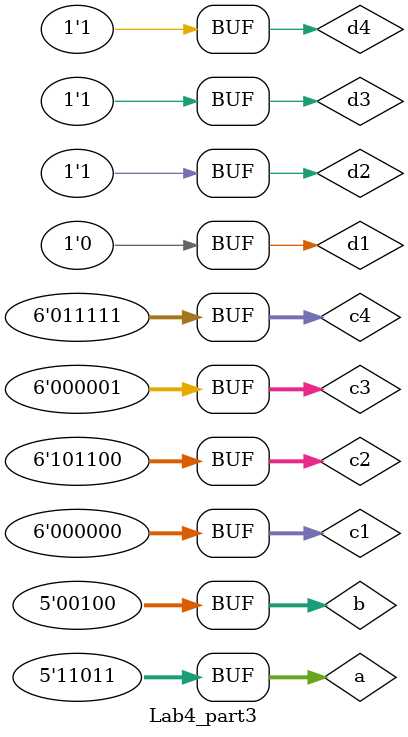
<source format=v>
module Lab4_part3;

reg [4:0] a, b;
wire [5:0] c1, c2, c3, c4;
wire d1, d2, d3, d4;

assign d1 = a == b;
assign d2 = | b;
assign d3 = a > b;
assign d4 = a && b;
assign c1 = a & b;
assign c2 = a << 2;
assign c3 = a >> b;
assign c4 = (a > b)? a + b : a - b;

initial
 	begin
	$monitor("d1 = %b, d2 = %b, d3 = %b, d4 = %b, c1 = %b, c2 = %b, c3 = %b, c4 = %b", d1,d2,d3,d4,c1,c2,c3,c4);
	a = 5;
	b = 5;
	#10
	a = -5;
	b = 4;
	#10;
	end
endmodule
</source>
